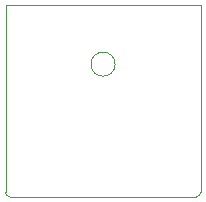
<source format=gbr>
G04 #@! TF.GenerationSoftware,KiCad,Pcbnew,(5.1.10-1-10_14)*
G04 #@! TF.CreationDate,2021-10-23T21:51:13-04:00*
G04 #@! TF.ProjectId,WiiComp,57696943-6f6d-4702-9e6b-696361645f70,1*
G04 #@! TF.SameCoordinates,Original*
G04 #@! TF.FileFunction,Profile,NP*
%FSLAX46Y46*%
G04 Gerber Fmt 4.6, Leading zero omitted, Abs format (unit mm)*
G04 Created by KiCad (PCBNEW (5.1.10-1-10_14)) date 2021-10-23 21:51:13*
%MOMM*%
%LPD*%
G01*
G04 APERTURE LIST*
G04 #@! TA.AperFunction,Profile*
%ADD10C,0.100000*%
G04 #@! TD*
G04 APERTURE END LIST*
D10*
X152440000Y-91260000D02*
G75*
G02*
X152090000Y-91610000I-350000J0D01*
G01*
X136280000Y-91610000D02*
G75*
G02*
X135930000Y-91260000I0J350000D01*
G01*
X145208234Y-80400000D02*
G75*
G03*
X145208234Y-80400000I-1018234J0D01*
G01*
X152440000Y-75390000D02*
X152440000Y-91260000D01*
X152090000Y-91610000D02*
X136280000Y-91610000D01*
X135930000Y-75390000D02*
X152440000Y-75390000D01*
X135930000Y-75390000D02*
X135930000Y-91260000D01*
M02*

</source>
